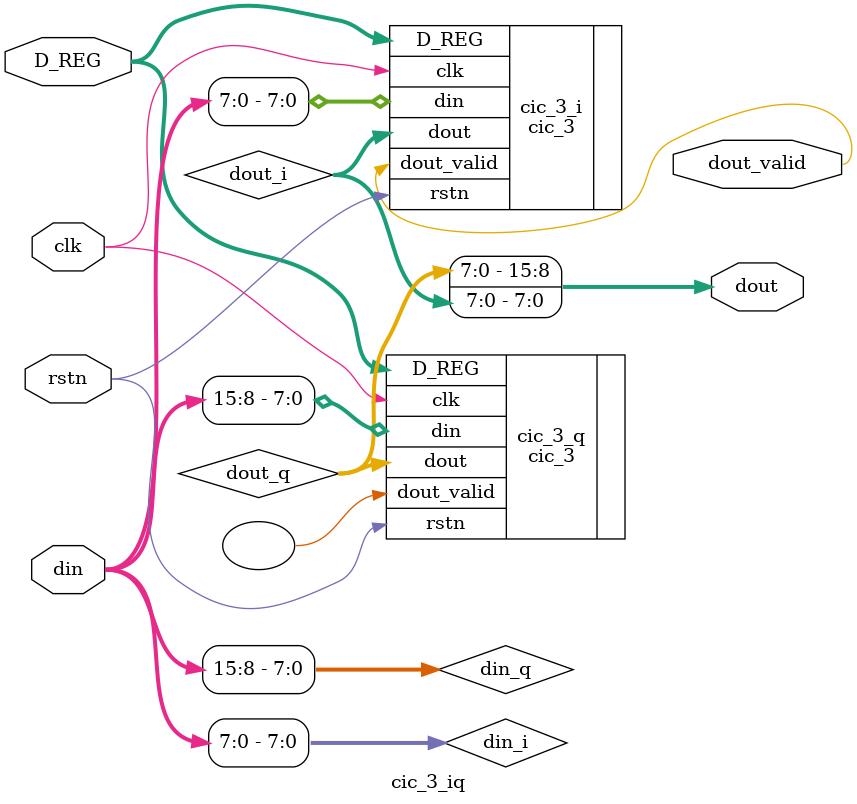
<source format=v>
/*
 * Cascaded CIC filter implementation with 3 stages.
 * Differential delay: 1.
 * Decimatiion factor: 2-1023
 * IQ input/output.
 */
module cic_3_iq
	#(
		// Number of bits.
		parameter B		= 8
	)
	(
		// Reset and clock.
		input wire 				rstn		,
		input wire 				clk			,

		// Data input.
		input wire [2*B-1:0]	din			,

		// Data output.
		output wire [2*B-1:0]	dout		,
		output wire				dout_valid	,

		// Registers.
		input wire [9:0]	D_REG
	);

/*************/
/* Internals */
/*************/
wire	[B-1:0]	din_i;
wire	[B-1:0]	din_q;
wire	[B-1:0]	dout_i;
wire	[B-1:0]	dout_q;

/****************/
/* Architecture */
/****************/

// CIC for real part.
cic_3
	#(
		// Number of bits.
		.B(B)
	)
	cic_3_i
	(
		// Reset and clock.
		.rstn		(rstn		),
		.clk		(clk		),

		// Data input.
		.din		(din_i		),

		// Data output.
		.dout		(dout_i		),
		.dout_valid	(dout_valid	),

		// Registers.
		.D_REG		(D_REG		)
	);

// CIC for imaginary part.
cic_3
	#(
		// Number of bits.
		.B(B)
	)
	cic_3_q
	(
		// Reset and clock.
		.rstn		(rstn		),
		.clk		(clk		),

		// Data input.
		.din		(din_q		),

		// Data output.
		.dout		(dout_q		),
		.dout_valid	(			),

		// Registers.
		.D_REG		(D_REG		)
	);

// Slice input.
assign din_i	= din[0 +: B];
assign din_q	= din[B +: B];

// Assign output.
assign dout		= {dout_q,dout_i};

endmodule


</source>
